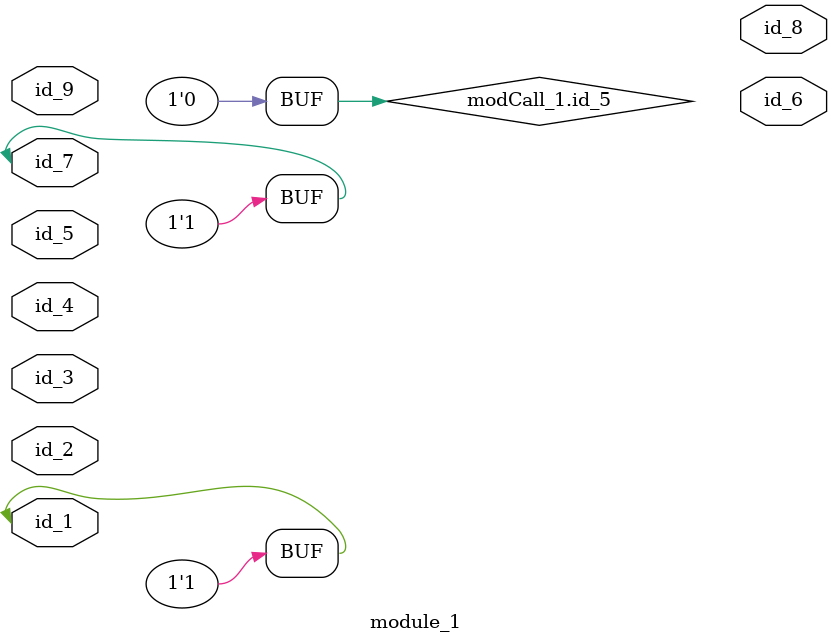
<source format=v>
module module_0 (
    id_1,
    id_2,
    id_3
);
  input wire id_3;
  inout wire id_2;
  inout wire id_1;
  wire id_4;
  assign id_2 = -1;
  wand id_5, id_6, id_7;
endmodule
module module_1 (
    id_1,
    id_2,
    id_3,
    id_4,
    id_5,
    id_6,
    id_7,
    id_8,
    id_9
);
  inout wire id_9;
  output wire id_8;
  inout wire id_7;
  output wire id_6;
  inout wire id_5;
  input wire id_4;
  input wire id_3;
  input wire id_2;
  inout wire id_1;
  assign id_7 = 1;
  parameter id_10 = id_4;
  wire id_11;
  wire id_12;
  module_0 modCall_1 (
      id_11,
      id_11,
      id_9
  );
  assign modCall_1.id_5 = 0;
  assign id_1 = 1;
  wire id_13;
endmodule

</source>
